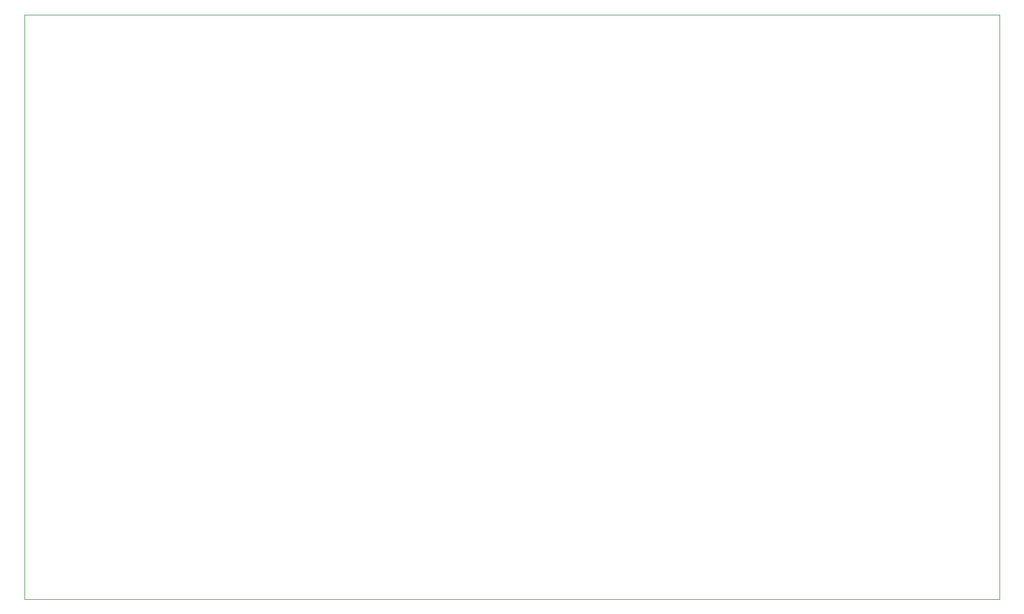
<source format=gm1>
G04 #@! TF.GenerationSoftware,KiCad,Pcbnew,(5.1.10)-1*
G04 #@! TF.CreationDate,2021-12-15T20:43:13+01:00*
G04 #@! TF.ProjectId,main_board,6d61696e-5f62-46f6-9172-642e6b696361,rev?*
G04 #@! TF.SameCoordinates,Original*
G04 #@! TF.FileFunction,Profile,NP*
%FSLAX46Y46*%
G04 Gerber Fmt 4.6, Leading zero omitted, Abs format (unit mm)*
G04 Created by KiCad (PCBNEW (5.1.10)-1) date 2021-12-15 20:43:13*
%MOMM*%
%LPD*%
G01*
G04 APERTURE LIST*
G04 #@! TA.AperFunction,Profile*
%ADD10C,0.100000*%
G04 #@! TD*
G04 APERTURE END LIST*
D10*
X180000000Y-100000000D02*
X35000000Y-100000000D01*
X180000000Y-13000000D02*
X180000000Y-100000000D01*
X35000000Y-100000000D02*
X35000000Y-13000000D01*
X35000000Y-13000000D02*
X180000000Y-13000000D01*
M02*

</source>
